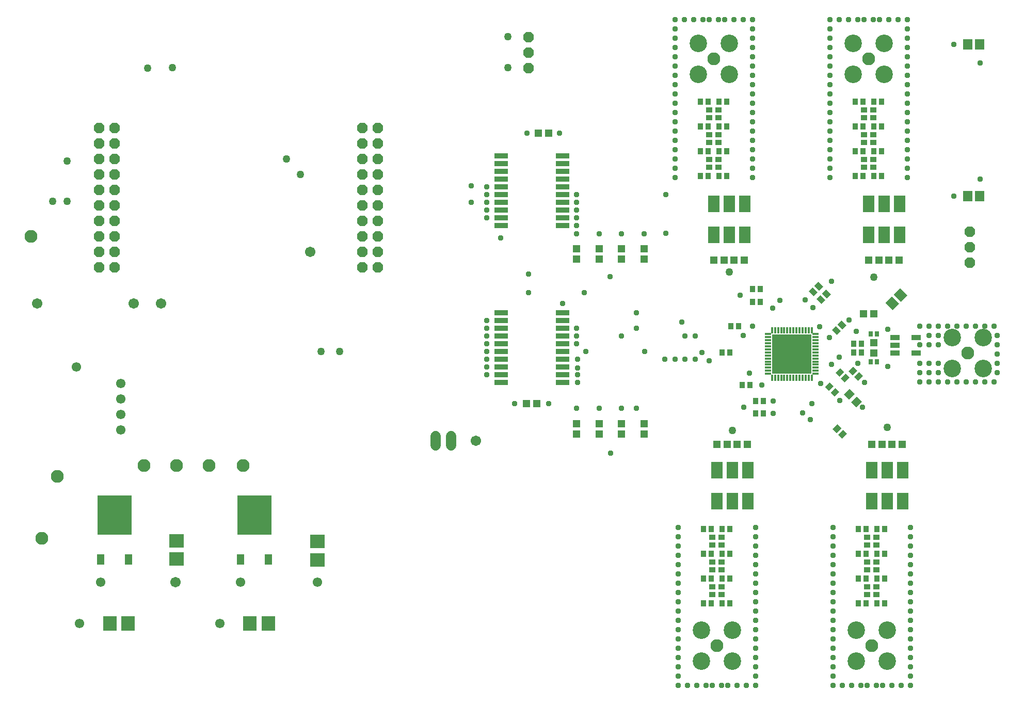
<source format=gbr>
G04 EAGLE Gerber RS-274X export*
G75*
%MOMM*%
%FSLAX34Y34*%
%LPD*%
%INSoldermask Top*%
%IPPOS*%
%AMOC8*
5,1,8,0,0,1.08239X$1,22.5*%
G01*
%ADD10R,0.903200X1.103200*%
%ADD11R,1.503200X1.703200*%
%ADD12R,1.103200X0.903200*%
%ADD13R,1.600200X0.965200*%
%ADD14R,1.203200X1.303200*%
%ADD15R,1.303200X1.203200*%
%ADD16R,0.803200X0.903200*%
%ADD17R,1.854200X2.743200*%
%ADD18P,1.852186X8X112.500000*%
%ADD19R,2.235200X0.863600*%
%ADD20C,2.108200*%
%ADD21C,2.870200*%
%ADD22R,0.406400X1.016000*%
%ADD23R,1.016000X0.406400*%
%ADD24R,6.451600X6.451600*%
%ADD25P,1.852186X8X292.500000*%
%ADD26R,5.603200X6.403200*%
%ADD27R,1.203200X1.803200*%
%ADD28R,2.203200X2.403200*%
%ADD29R,2.403200X2.203200*%
%ADD30C,1.711200*%
%ADD31C,1.553200*%
%ADD32C,1.703200*%
%ADD33C,0.959600*%
%ADD34C,1.259600*%


D10*
G36*
X1366805Y531665D02*
X1360419Y538051D01*
X1368219Y545851D01*
X1374605Y539465D01*
X1366805Y531665D01*
G37*
G36*
X1375997Y522473D02*
X1369611Y528859D01*
X1377411Y536659D01*
X1383797Y530273D01*
X1375997Y522473D01*
G37*
X1207620Y518160D03*
X1220620Y518160D03*
X1242210Y491490D03*
X1229210Y491490D03*
X1237130Y675640D03*
X1224130Y675640D03*
G36*
X1343617Y657637D02*
X1337231Y651251D01*
X1329431Y659051D01*
X1335817Y665437D01*
X1343617Y657637D01*
G37*
G36*
X1352809Y666829D02*
X1346423Y660443D01*
X1338623Y668243D01*
X1345009Y674629D01*
X1352809Y666829D01*
G37*
D11*
X1597000Y1076960D03*
X1578000Y1076960D03*
X1597000Y828040D03*
X1578000Y828040D03*
D10*
X1403500Y585470D03*
X1390500Y585470D03*
X1403500Y571500D03*
X1390500Y571500D03*
D11*
G36*
X1465372Y651451D02*
X1454743Y640822D01*
X1442700Y652865D01*
X1453329Y663494D01*
X1465372Y651451D01*
G37*
G36*
X1478808Y664887D02*
X1468179Y654258D01*
X1456136Y666301D01*
X1466765Y676930D01*
X1478808Y664887D01*
G37*
D12*
X1168400Y956160D03*
X1168400Y969160D03*
X1168400Y874880D03*
X1168400Y887880D03*
X1153160Y915520D03*
X1153160Y928520D03*
D10*
X1182520Y982980D03*
X1169520Y982980D03*
X1182515Y942462D03*
X1169515Y942462D03*
X1182520Y901700D03*
X1169520Y901700D03*
X1182520Y861060D03*
X1169520Y861060D03*
X1152040Y861060D03*
X1139040Y861060D03*
X1152040Y901700D03*
X1139040Y901700D03*
X1152040Y942340D03*
X1139040Y942340D03*
X1152040Y982980D03*
X1139040Y982980D03*
D12*
X1422400Y956160D03*
X1422400Y969160D03*
X1422400Y874880D03*
X1422400Y887880D03*
X1407160Y915520D03*
X1407160Y928520D03*
D10*
X1436520Y982980D03*
X1423520Y982980D03*
X1436520Y942340D03*
X1423520Y942340D03*
X1436520Y901700D03*
X1423520Y901700D03*
X1436520Y861060D03*
X1423520Y861060D03*
X1406040Y861060D03*
X1393040Y861060D03*
X1187600Y571500D03*
X1174600Y571500D03*
X1406040Y901700D03*
X1393040Y901700D03*
X1406040Y942340D03*
X1393040Y942340D03*
X1406040Y982980D03*
X1393040Y982980D03*
D12*
X1158240Y186840D03*
X1158240Y173840D03*
X1173480Y227480D03*
X1173480Y214480D03*
D10*
X1144120Y160020D03*
X1157120Y160020D03*
X1144120Y200660D03*
X1157120Y200660D03*
X1144120Y241300D03*
X1157120Y241300D03*
X1144120Y281940D03*
X1157120Y281940D03*
G36*
X1388395Y534205D02*
X1382009Y540591D01*
X1389809Y548391D01*
X1396195Y542005D01*
X1388395Y534205D01*
G37*
G36*
X1397587Y525013D02*
X1391201Y531399D01*
X1399001Y539199D01*
X1405387Y532813D01*
X1397587Y525013D01*
G37*
X1174600Y281940D03*
X1187600Y281940D03*
X1174600Y241300D03*
X1187600Y241300D03*
X1174600Y200660D03*
X1187600Y200660D03*
X1174600Y160020D03*
X1187600Y160020D03*
D12*
X1412240Y186840D03*
X1412240Y173840D03*
X1412240Y268120D03*
X1412240Y255120D03*
X1427480Y227480D03*
X1427480Y214480D03*
D10*
X1398120Y160020D03*
X1411120Y160020D03*
X1398120Y200660D03*
X1411120Y200660D03*
X1398120Y241300D03*
X1411120Y241300D03*
X1398120Y281940D03*
X1411120Y281940D03*
X1428600Y281940D03*
X1441600Y281940D03*
X1428600Y241300D03*
X1441600Y241300D03*
X1428600Y200660D03*
X1441600Y200660D03*
X1428600Y160020D03*
X1441600Y160020D03*
G36*
X1349787Y508297D02*
X1343401Y514683D01*
X1351201Y522483D01*
X1357587Y516097D01*
X1349787Y508297D01*
G37*
G36*
X1358979Y499105D02*
X1352593Y505491D01*
X1360393Y513291D01*
X1366779Y506905D01*
X1358979Y499105D01*
G37*
G36*
X1373093Y444457D02*
X1379479Y438071D01*
X1371679Y430271D01*
X1365293Y436657D01*
X1373093Y444457D01*
G37*
G36*
X1363901Y453649D02*
X1370287Y447263D01*
X1362487Y439463D01*
X1356101Y445849D01*
X1363901Y453649D01*
G37*
X1188570Y614680D03*
X1201570Y614680D03*
D13*
X1458595Y570230D03*
X1458595Y582930D03*
X1458595Y595630D03*
X1492885Y595630D03*
X1492885Y570230D03*
D12*
X1173480Y255120D03*
X1173480Y268120D03*
X1412240Y214480D03*
X1412240Y227480D03*
X1427480Y173840D03*
X1427480Y186840D03*
X1427480Y255120D03*
X1427480Y268120D03*
X1168400Y928520D03*
X1168400Y915520D03*
X1153160Y969160D03*
X1153160Y956160D03*
X1153160Y887880D03*
X1153160Y874880D03*
X1422400Y928520D03*
X1422400Y915520D03*
X1407160Y969160D03*
X1407160Y956160D03*
X1407160Y887880D03*
X1407160Y874880D03*
X1158240Y214480D03*
X1158240Y227480D03*
X1173480Y173840D03*
X1173480Y186840D03*
D14*
X1199270Y420370D03*
X1216270Y420370D03*
X1166250Y420370D03*
X1183250Y420370D03*
X1178170Y722630D03*
X1161170Y722630D03*
X1211190Y722630D03*
X1194190Y722630D03*
D15*
X1423670Y587620D03*
X1423670Y570620D03*
D16*
X1428670Y601980D03*
X1418670Y601980D03*
X1418670Y556260D03*
X1428670Y556260D03*
D14*
X1415170Y722630D03*
X1432170Y722630D03*
X1448190Y722630D03*
X1465190Y722630D03*
X1420391Y420407D03*
X1437391Y420407D03*
X1453270Y420370D03*
X1470270Y420370D03*
G36*
X1395489Y499675D02*
X1403997Y491167D01*
X1394783Y481953D01*
X1386275Y490461D01*
X1395489Y499675D01*
G37*
G36*
X1383469Y511695D02*
X1391977Y503187D01*
X1382763Y493973D01*
X1374255Y502481D01*
X1383469Y511695D01*
G37*
X1406280Y635000D03*
X1423280Y635000D03*
D17*
X1216660Y378460D03*
X1216660Y327660D03*
X1191260Y378460D03*
X1165860Y378460D03*
X1191260Y327660D03*
X1165860Y327660D03*
X1160780Y764540D03*
X1160780Y815340D03*
X1186180Y764540D03*
X1211580Y764540D03*
X1186180Y815340D03*
X1211580Y815340D03*
X1414780Y764540D03*
X1414780Y815340D03*
X1440180Y764540D03*
X1465580Y764540D03*
X1440180Y815340D03*
X1465580Y815340D03*
X1470660Y378460D03*
X1470660Y327660D03*
X1445260Y378460D03*
X1419860Y378460D03*
X1445260Y327660D03*
X1419860Y327660D03*
D18*
X584200Y711200D03*
X609600Y711200D03*
X584200Y736600D03*
X609600Y736600D03*
X584200Y762000D03*
X609600Y762000D03*
X584200Y787400D03*
X609600Y787400D03*
X584200Y812800D03*
X609600Y812800D03*
X584200Y838200D03*
X609600Y838200D03*
X584200Y863600D03*
X609600Y863600D03*
X584200Y889000D03*
X609600Y889000D03*
X584200Y914400D03*
X609600Y914400D03*
X584200Y939800D03*
X609600Y939800D03*
X152400Y711200D03*
X177800Y711200D03*
X152400Y736600D03*
X177800Y736600D03*
X152400Y762000D03*
X177800Y762000D03*
X152400Y787400D03*
X177800Y787400D03*
X152400Y812800D03*
X177800Y812800D03*
X152400Y838200D03*
X177800Y838200D03*
X152400Y863600D03*
X177800Y863600D03*
X152400Y889000D03*
X177800Y889000D03*
X152400Y914400D03*
X177800Y914400D03*
X152400Y939800D03*
X177800Y939800D03*
D19*
X812038Y894080D03*
X812038Y881380D03*
X812038Y868680D03*
X812038Y855980D03*
X812038Y843280D03*
X812038Y830580D03*
X812038Y817880D03*
X812038Y805180D03*
X912622Y805180D03*
X912622Y817880D03*
X912622Y830580D03*
X912622Y843280D03*
X912622Y855980D03*
X912622Y868680D03*
X912622Y881380D03*
X912622Y894080D03*
X812038Y792480D03*
X812038Y779780D03*
X912622Y792480D03*
X912622Y779780D03*
X812038Y636270D03*
X812038Y623570D03*
X812038Y610870D03*
X812038Y598170D03*
X812038Y585470D03*
X812038Y572770D03*
X812038Y560070D03*
X812038Y547370D03*
X912622Y547370D03*
X912622Y560070D03*
X912622Y572770D03*
X912622Y585470D03*
X912622Y598170D03*
X912622Y610870D03*
X912622Y623570D03*
X912622Y636270D03*
X812038Y534670D03*
X812038Y521970D03*
X912622Y534670D03*
X912622Y521970D03*
D20*
X1577340Y570230D03*
D21*
X1551841Y595729D03*
X1602839Y595729D03*
X1602839Y544731D03*
X1551841Y544731D03*
D20*
X1165860Y90170D03*
D21*
X1140361Y115669D03*
X1191359Y115669D03*
X1191359Y64671D03*
X1140361Y64671D03*
D20*
X1419860Y90170D03*
D21*
X1394361Y115669D03*
X1445359Y115669D03*
X1445359Y64671D03*
X1394361Y64671D03*
D20*
X1414780Y1052830D03*
D21*
X1389281Y1078329D03*
X1440279Y1078329D03*
X1440279Y1027331D03*
X1389281Y1027331D03*
D20*
X1160780Y1052830D03*
D21*
X1135281Y1078329D03*
X1186279Y1078329D03*
X1186279Y1027331D03*
X1135281Y1027331D03*
D12*
X1158240Y268120D03*
X1158240Y255120D03*
D22*
X1256550Y529971D03*
X1261550Y529971D03*
X1266550Y529971D03*
X1271550Y529971D03*
X1276550Y529971D03*
X1281550Y529971D03*
X1286550Y529971D03*
X1291550Y529971D03*
X1296550Y529971D03*
X1301550Y529971D03*
X1306550Y529971D03*
X1311550Y529971D03*
X1316550Y529971D03*
X1321550Y529971D03*
D23*
X1328039Y536460D03*
X1328039Y541460D03*
X1328039Y546460D03*
X1328039Y551460D03*
X1328039Y556460D03*
X1328039Y561460D03*
X1328039Y566460D03*
X1328039Y571460D03*
X1328039Y576460D03*
X1328039Y581460D03*
X1328039Y586460D03*
X1328039Y591460D03*
X1328039Y596460D03*
X1328039Y601460D03*
D22*
X1321550Y607949D03*
X1316550Y607949D03*
X1311550Y607949D03*
X1306550Y607949D03*
X1301550Y607949D03*
X1296550Y607949D03*
X1291550Y607949D03*
X1286550Y607949D03*
X1281550Y607949D03*
X1276550Y607949D03*
X1271550Y607949D03*
X1266550Y607949D03*
X1261550Y607949D03*
X1256550Y607949D03*
D23*
X1250061Y601460D03*
X1250061Y596460D03*
X1250061Y591460D03*
X1250061Y586460D03*
X1250061Y581460D03*
X1250061Y576460D03*
X1250061Y571460D03*
X1250061Y566460D03*
X1250061Y561460D03*
X1250061Y556460D03*
X1250061Y551460D03*
X1250061Y546460D03*
X1250061Y541460D03*
X1250061Y536460D03*
D24*
X1289050Y568960D03*
D18*
X1580642Y718820D03*
X1580642Y744220D03*
X1580642Y769620D03*
D25*
X857250Y1088898D03*
X857250Y1063498D03*
X857250Y1038098D03*
D15*
X1009650Y724290D03*
X1009650Y741290D03*
X972820Y724290D03*
X972820Y741290D03*
X935990Y724290D03*
X935990Y741290D03*
X1046480Y437270D03*
X1046480Y454270D03*
X972820Y437270D03*
X972820Y454270D03*
X935990Y437270D03*
X935990Y454270D03*
D26*
X177800Y304400D03*
D27*
X155000Y231400D03*
X200600Y231400D03*
D26*
X407670Y304400D03*
D27*
X384870Y231400D03*
X430470Y231400D03*
D28*
X200420Y127000D03*
X170420Y127000D03*
D29*
X279400Y262650D03*
X279400Y232650D03*
D28*
X430290Y127000D03*
X400290Y127000D03*
D29*
X510540Y261380D03*
X510540Y231380D03*
D15*
X1046480Y724290D03*
X1046480Y741290D03*
X870830Y487680D03*
X853830Y487680D03*
X889880Y930910D03*
X872880Y930910D03*
D10*
G36*
X1369017Y606837D02*
X1362631Y600451D01*
X1354831Y608251D01*
X1361217Y614637D01*
X1369017Y606837D01*
G37*
G36*
X1378209Y616029D02*
X1371823Y609643D01*
X1364023Y617443D01*
X1370409Y623829D01*
X1378209Y616029D01*
G37*
G36*
X1330917Y670337D02*
X1324531Y663951D01*
X1316731Y671751D01*
X1323117Y678137D01*
X1330917Y670337D01*
G37*
G36*
X1340109Y679529D02*
X1333723Y673143D01*
X1325923Y680943D01*
X1332309Y687329D01*
X1340109Y679529D01*
G37*
X1237130Y654050D03*
X1224130Y654050D03*
X1242210Y471170D03*
X1229210Y471170D03*
D15*
X1009650Y437270D03*
X1009650Y454270D03*
D30*
X704850Y434260D02*
X704850Y419180D01*
X730250Y419180D02*
X730250Y434260D01*
D31*
X154940Y194310D03*
X384810Y194310D03*
X510540Y194310D03*
X120650Y127000D03*
X350520Y127000D03*
D20*
X332740Y386080D03*
X83820Y368300D03*
X40640Y762000D03*
D32*
X278130Y194310D03*
D33*
X1404620Y481330D03*
X1554480Y1076960D03*
X1554480Y828040D03*
X1408430Y521970D03*
X1334770Y613410D03*
X1383030Y624840D03*
X1353820Y688340D03*
X1203960Y665480D03*
X1367790Y492760D03*
X1210310Y481330D03*
X1306830Y472440D03*
X1322070Y487680D03*
X1141730Y571500D03*
X854710Y930910D03*
X834390Y487680D03*
D34*
X822960Y1038860D03*
D33*
X811530Y759460D03*
X990600Y695960D03*
X991870Y406400D03*
D31*
X187960Y444500D03*
X187960Y469900D03*
X187960Y495300D03*
X187960Y520700D03*
D33*
X1097280Y1117600D03*
X1224280Y1117600D03*
X1112520Y1117600D03*
X1127760Y1117600D03*
X1209040Y1117600D03*
X1193800Y1117600D03*
X1178560Y1117600D03*
X1143000Y1117600D03*
X1168400Y1117600D03*
X1153160Y1117600D03*
X1097280Y1102360D03*
X1097280Y1087120D03*
X1097280Y1071880D03*
X1097280Y1056640D03*
X1097280Y1041400D03*
X1097280Y1026160D03*
X1224280Y1102360D03*
X1224280Y1087120D03*
X1224280Y1071880D03*
X1224280Y1056640D03*
X1224280Y1041400D03*
X1224280Y1026160D03*
X1097280Y1010920D03*
X1224280Y1010920D03*
X1097280Y995680D03*
X1224280Y995680D03*
X1097280Y980440D03*
X1097280Y965200D03*
X1097280Y949960D03*
X1097280Y934720D03*
X1097280Y919480D03*
X1097280Y904240D03*
X1097280Y889000D03*
X1097280Y873760D03*
X1097280Y858520D03*
X1224280Y980440D03*
X1224280Y965200D03*
X1224280Y949960D03*
X1224280Y934720D03*
X1224280Y919480D03*
X1224280Y904240D03*
X1224280Y889000D03*
X1224280Y873760D03*
X1224280Y858520D03*
X1351280Y1117600D03*
X1478280Y1117600D03*
X1366520Y1117600D03*
X1381760Y1117600D03*
X1463040Y1117600D03*
X1447800Y1117600D03*
X1432560Y1117600D03*
X1397000Y1117600D03*
X1422400Y1117600D03*
X1407160Y1117600D03*
X1351280Y1102360D03*
X1351280Y1087120D03*
X1351280Y1071880D03*
X1351280Y1056640D03*
X1351280Y1041400D03*
X1351280Y1026160D03*
X1478280Y1102360D03*
X1478280Y1087120D03*
X1478280Y1071880D03*
X1478280Y1056640D03*
X1478280Y1041400D03*
X1478280Y1026160D03*
X1351280Y1010920D03*
X1478280Y1010920D03*
X1351280Y995680D03*
X1478280Y995680D03*
X1351280Y980440D03*
X1351280Y965200D03*
X1351280Y949960D03*
X1351280Y934720D03*
X1351280Y919480D03*
X1351280Y904240D03*
X1351280Y889000D03*
X1351280Y873760D03*
X1351280Y858520D03*
X1478280Y980440D03*
X1478280Y965200D03*
X1478280Y949960D03*
X1478280Y934720D03*
X1478280Y919480D03*
X1478280Y904240D03*
X1478280Y889000D03*
X1478280Y873760D03*
X1478280Y858520D03*
X1483360Y25400D03*
X1356360Y25400D03*
X1468120Y25400D03*
X1452880Y25400D03*
X1371600Y25400D03*
X1386840Y25400D03*
X1402080Y25400D03*
X1437640Y25400D03*
X1412240Y25400D03*
X1427480Y25400D03*
X1483360Y40640D03*
X1483360Y55880D03*
X1483360Y71120D03*
X1483360Y86360D03*
X1483360Y101600D03*
X1483360Y116840D03*
X1356360Y40640D03*
X1356360Y55880D03*
X1356360Y71120D03*
X1356360Y86360D03*
X1356360Y101600D03*
X1356360Y116840D03*
X1483360Y132080D03*
X1356360Y132080D03*
X1483360Y147320D03*
X1356360Y147320D03*
X1483360Y162560D03*
X1483360Y177800D03*
X1483360Y193040D03*
X1483360Y208280D03*
X1483360Y223520D03*
X1483360Y238760D03*
X1483360Y254000D03*
X1483360Y269240D03*
X1483360Y284480D03*
X1356360Y162560D03*
X1356360Y177800D03*
X1356360Y193040D03*
X1356360Y208280D03*
X1356360Y223520D03*
X1356360Y238760D03*
X1356360Y254000D03*
X1356360Y269240D03*
X1356360Y284480D03*
X1229360Y25400D03*
X1102360Y25400D03*
X1214120Y25400D03*
X1198880Y25400D03*
X1117600Y25400D03*
X1132840Y25400D03*
X1148080Y25400D03*
X1183640Y25400D03*
X1158240Y25400D03*
X1173480Y25400D03*
X1229360Y40640D03*
X1229360Y55880D03*
X1229360Y71120D03*
X1229360Y86360D03*
X1229360Y101600D03*
X1229360Y116840D03*
X1102360Y40640D03*
X1102360Y55880D03*
X1102360Y71120D03*
X1102360Y86360D03*
X1102360Y101600D03*
X1102360Y116840D03*
X1229360Y132080D03*
X1102360Y132080D03*
X1229360Y147320D03*
X1102360Y147320D03*
X1229360Y162560D03*
X1229360Y177800D03*
X1229360Y193040D03*
X1229360Y208280D03*
X1229360Y223520D03*
X1229360Y238760D03*
X1229360Y254000D03*
X1229360Y269240D03*
X1229360Y284480D03*
X1102360Y162560D03*
X1102360Y177800D03*
X1102360Y193040D03*
X1102360Y208280D03*
X1102360Y223520D03*
X1102360Y238760D03*
X1102360Y254000D03*
X1102360Y269240D03*
X1102360Y284480D03*
X1620520Y614680D03*
X1620520Y523240D03*
X1625600Y599440D03*
X1625600Y584200D03*
X1625600Y568960D03*
X1625600Y553720D03*
X1625600Y538480D03*
X1605280Y614680D03*
X1590040Y614680D03*
X1574800Y614680D03*
X1559560Y614680D03*
X1544320Y614680D03*
X1529080Y614680D03*
X1513840Y614680D03*
X1498600Y614680D03*
X1605280Y523240D03*
X1590040Y523240D03*
X1574800Y523240D03*
X1559560Y523240D03*
X1544320Y523240D03*
X1529080Y523240D03*
X1513840Y523240D03*
X1498600Y523240D03*
X1529080Y538480D03*
X1529080Y553720D03*
X1513840Y538480D03*
X1498600Y538480D03*
X1498600Y553720D03*
X1513840Y553720D03*
X1513840Y599440D03*
X1513840Y584200D03*
X1529080Y599440D03*
X1529080Y584200D03*
X1498600Y584200D03*
X1224280Y614680D03*
X1239520Y518160D03*
X1446530Y609600D03*
X1446530Y548640D03*
X1264920Y591820D03*
X1313180Y591820D03*
X1313180Y546100D03*
X1264920Y546100D03*
X1280160Y591820D03*
X1297940Y591820D03*
X1280160Y546100D03*
X1297940Y546100D03*
X1264920Y561340D03*
X1264920Y576580D03*
X1313180Y561340D03*
X1313180Y576580D03*
X1280160Y561340D03*
X1297940Y561340D03*
X1297940Y576580D03*
X1280160Y576580D03*
X1272540Y553720D03*
X1272540Y568960D03*
X1272540Y584200D03*
X1305560Y584200D03*
X1305560Y568960D03*
X1305560Y553720D03*
X1289050Y584200D03*
X1289050Y568960D03*
X1289050Y553720D03*
D32*
X499110Y736600D03*
X770890Y426720D03*
D33*
X935990Y585470D03*
X857250Y699770D03*
X972820Y480060D03*
X1130300Y560070D03*
X1130300Y598170D03*
X935990Y610870D03*
X1033780Y480060D03*
X1033780Y610870D03*
X935990Y779780D03*
X935990Y765810D03*
X935990Y792480D03*
X972820Y765810D03*
X935990Y805180D03*
X1009650Y765810D03*
X935990Y817626D03*
X1046480Y765810D03*
X937260Y560070D03*
X937260Y534670D03*
X937260Y521970D03*
X937260Y546100D03*
X1080770Y560070D03*
X1047750Y572770D03*
X951230Y572770D03*
X935990Y480060D03*
D34*
X459740Y889000D03*
D33*
X788670Y534670D03*
D34*
X482600Y863600D03*
D33*
X788670Y547370D03*
X788670Y560070D03*
X788670Y805180D03*
X788670Y817880D03*
X763270Y817880D03*
X763270Y844550D03*
X788670Y830580D03*
D34*
X547370Y572770D03*
X516890Y572770D03*
D33*
X788670Y572770D03*
X788670Y792480D03*
D34*
X273050Y1038860D03*
X232410Y1037590D03*
D33*
X788670Y843280D03*
X1597660Y855980D03*
X1597660Y1046480D03*
X1113790Y560070D03*
X1113790Y598170D03*
X935990Y598170D03*
X1009650Y480060D03*
X1009650Y598170D03*
X1397000Y553720D03*
X1394460Y605790D03*
D34*
X100330Y885190D03*
X100330Y819150D03*
X76200Y819150D03*
D31*
X115570Y547370D03*
D32*
X209550Y651510D03*
X50800Y651510D03*
X254000Y651510D03*
D20*
X226060Y386080D03*
X58420Y266700D03*
X388620Y386080D03*
D33*
X1336040Y520700D03*
X1354455Y551815D03*
X1366520Y563880D03*
X1350645Y596265D03*
X1323340Y645160D03*
X1310640Y657860D03*
X1269365Y657225D03*
X1257300Y643890D03*
D34*
X1423670Y694690D03*
X1186180Y703580D03*
X1445260Y448310D03*
D33*
X1258570Y471170D03*
X1258570Y491490D03*
X1319530Y461010D03*
D34*
X1191260Y443230D03*
D33*
X1219125Y537285D03*
X1209040Y599440D03*
D20*
X279400Y386080D03*
D33*
X908050Y930910D03*
X890270Y487680D03*
D34*
X822960Y1089660D03*
D33*
X913130Y651510D03*
X1153160Y557530D03*
X1033780Y636270D03*
X857250Y669290D03*
X948690Y669290D03*
X1097280Y560070D03*
X1108710Y621030D03*
X788670Y598170D03*
X788670Y623570D03*
X788670Y610870D03*
X788670Y585470D03*
X1082040Y767080D03*
X1082040Y830580D03*
X935990Y830580D03*
M02*

</source>
